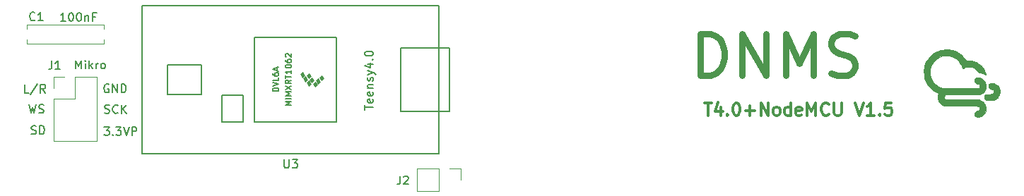
<source format=gbr>
G04 #@! TF.GenerationSoftware,KiCad,Pcbnew,(5.1.5)-3*
G04 #@! TF.CreationDate,2020-12-19T15:02:51+01:00*
G04 #@! TF.ProjectId,DNMS,444e4d53-2e6b-4696-9361-645f70636258,0.9.0*
G04 #@! TF.SameCoordinates,Original*
G04 #@! TF.FileFunction,Legend,Top*
G04 #@! TF.FilePolarity,Positive*
%FSLAX46Y46*%
G04 Gerber Fmt 4.6, Leading zero omitted, Abs format (unit mm)*
G04 Created by KiCad (PCBNEW (5.1.5)-3) date 2020-12-19 15:02:51*
%MOMM*%
%LPD*%
G04 APERTURE LIST*
%ADD10C,0.150000*%
%ADD11C,0.300000*%
%ADD12C,0.750000*%
%ADD13C,0.120000*%
%ADD14C,0.010000*%
%ADD15C,0.100000*%
G04 APERTURE END LIST*
D10*
X69018684Y-72502020D02*
X69018684Y-71502020D01*
X69352018Y-72216306D01*
X69685351Y-71502020D01*
X69685351Y-72502020D01*
X70161541Y-72502020D02*
X70161541Y-71835354D01*
X70161541Y-71502020D02*
X70113922Y-71549640D01*
X70161541Y-71597259D01*
X70209160Y-71549640D01*
X70161541Y-71502020D01*
X70161541Y-71597259D01*
X70637732Y-72502020D02*
X70637732Y-71502020D01*
X70732970Y-72121068D02*
X71018684Y-72502020D01*
X71018684Y-71835354D02*
X70637732Y-72216306D01*
X71447256Y-72502020D02*
X71447256Y-71835354D01*
X71447256Y-72025830D02*
X71494875Y-71930592D01*
X71542494Y-71882973D01*
X71637732Y-71835354D01*
X71732970Y-71835354D01*
X72209160Y-72502020D02*
X72113922Y-72454401D01*
X72066303Y-72406782D01*
X72018684Y-72311544D01*
X72018684Y-72025830D01*
X72066303Y-71930592D01*
X72113922Y-71882973D01*
X72209160Y-71835354D01*
X72352018Y-71835354D01*
X72447256Y-71882973D01*
X72494875Y-71930592D01*
X72542494Y-72025830D01*
X72542494Y-72311544D01*
X72494875Y-72406782D01*
X72447256Y-72454401D01*
X72352018Y-72502020D01*
X72209160Y-72502020D01*
D11*
X144309451Y-76595231D02*
X145166594Y-76595231D01*
X144738022Y-78095231D02*
X144738022Y-76595231D01*
X146309451Y-77095231D02*
X146309451Y-78095231D01*
X145952308Y-76523802D02*
X145595165Y-77595231D01*
X146523737Y-77595231D01*
X147095165Y-77952374D02*
X147166594Y-78023802D01*
X147095165Y-78095231D01*
X147023737Y-78023802D01*
X147095165Y-77952374D01*
X147095165Y-78095231D01*
X148095165Y-76595231D02*
X148238022Y-76595231D01*
X148380880Y-76666660D01*
X148452308Y-76738088D01*
X148523737Y-76880945D01*
X148595165Y-77166660D01*
X148595165Y-77523802D01*
X148523737Y-77809517D01*
X148452308Y-77952374D01*
X148380880Y-78023802D01*
X148238022Y-78095231D01*
X148095165Y-78095231D01*
X147952308Y-78023802D01*
X147880880Y-77952374D01*
X147809451Y-77809517D01*
X147738022Y-77523802D01*
X147738022Y-77166660D01*
X147809451Y-76880945D01*
X147880880Y-76738088D01*
X147952308Y-76666660D01*
X148095165Y-76595231D01*
X149238022Y-77523802D02*
X150380880Y-77523802D01*
X149809451Y-78095231D02*
X149809451Y-76952374D01*
X151095165Y-78095231D02*
X151095165Y-76595231D01*
X151952308Y-78095231D01*
X151952308Y-76595231D01*
X152880880Y-78095231D02*
X152738022Y-78023802D01*
X152666594Y-77952374D01*
X152595165Y-77809517D01*
X152595165Y-77380945D01*
X152666594Y-77238088D01*
X152738022Y-77166660D01*
X152880880Y-77095231D01*
X153095165Y-77095231D01*
X153238022Y-77166660D01*
X153309451Y-77238088D01*
X153380880Y-77380945D01*
X153380880Y-77809517D01*
X153309451Y-77952374D01*
X153238022Y-78023802D01*
X153095165Y-78095231D01*
X152880880Y-78095231D01*
X154666594Y-78095231D02*
X154666594Y-76595231D01*
X154666594Y-78023802D02*
X154523737Y-78095231D01*
X154238022Y-78095231D01*
X154095165Y-78023802D01*
X154023737Y-77952374D01*
X153952308Y-77809517D01*
X153952308Y-77380945D01*
X154023737Y-77238088D01*
X154095165Y-77166660D01*
X154238022Y-77095231D01*
X154523737Y-77095231D01*
X154666594Y-77166660D01*
X155952308Y-78023802D02*
X155809451Y-78095231D01*
X155523737Y-78095231D01*
X155380880Y-78023802D01*
X155309451Y-77880945D01*
X155309451Y-77309517D01*
X155380880Y-77166660D01*
X155523737Y-77095231D01*
X155809451Y-77095231D01*
X155952308Y-77166660D01*
X156023737Y-77309517D01*
X156023737Y-77452374D01*
X155309451Y-77595231D01*
X156666594Y-78095231D02*
X156666594Y-76595231D01*
X157166594Y-77666660D01*
X157666594Y-76595231D01*
X157666594Y-78095231D01*
X159238022Y-77952374D02*
X159166594Y-78023802D01*
X158952308Y-78095231D01*
X158809451Y-78095231D01*
X158595165Y-78023802D01*
X158452308Y-77880945D01*
X158380880Y-77738088D01*
X158309451Y-77452374D01*
X158309451Y-77238088D01*
X158380880Y-76952374D01*
X158452308Y-76809517D01*
X158595165Y-76666660D01*
X158809451Y-76595231D01*
X158952308Y-76595231D01*
X159166594Y-76666660D01*
X159238022Y-76738088D01*
X159880880Y-76595231D02*
X159880880Y-77809517D01*
X159952308Y-77952374D01*
X160023737Y-78023802D01*
X160166594Y-78095231D01*
X160452308Y-78095231D01*
X160595165Y-78023802D01*
X160666594Y-77952374D01*
X160738022Y-77809517D01*
X160738022Y-76595231D01*
X162380880Y-76595231D02*
X162880880Y-78095231D01*
X163380880Y-76595231D01*
X164666594Y-78095231D02*
X163809451Y-78095231D01*
X164238022Y-78095231D02*
X164238022Y-76595231D01*
X164095165Y-76809517D01*
X163952308Y-76952374D01*
X163809451Y-77023802D01*
X165309451Y-77952374D02*
X165380880Y-78023802D01*
X165309451Y-78095231D01*
X165238022Y-78023802D01*
X165309451Y-77952374D01*
X165309451Y-78095231D01*
X166738022Y-76595231D02*
X166023737Y-76595231D01*
X165952308Y-77309517D01*
X166023737Y-77238088D01*
X166166594Y-77166660D01*
X166523737Y-77166660D01*
X166666594Y-77238088D01*
X166738022Y-77309517D01*
X166809451Y-77452374D01*
X166809451Y-77809517D01*
X166738022Y-77952374D01*
X166666594Y-78023802D01*
X166523737Y-78095231D01*
X166166594Y-78095231D01*
X166023737Y-78023802D01*
X165952308Y-77952374D01*
D12*
X143827693Y-73295544D02*
X143827693Y-68295544D01*
X145018169Y-68295544D01*
X145732455Y-68533640D01*
X146208645Y-69009830D01*
X146446740Y-69486020D01*
X146684836Y-70438401D01*
X146684836Y-71152687D01*
X146446740Y-72105068D01*
X146208645Y-72581259D01*
X145732455Y-73057449D01*
X145018169Y-73295544D01*
X143827693Y-73295544D01*
X148827693Y-73295544D02*
X148827693Y-68295544D01*
X151684836Y-73295544D01*
X151684836Y-68295544D01*
X154065788Y-73295544D02*
X154065788Y-68295544D01*
X155732455Y-71866973D01*
X157399121Y-68295544D01*
X157399121Y-73295544D01*
X159541979Y-73057449D02*
X160256264Y-73295544D01*
X161446740Y-73295544D01*
X161922931Y-73057449D01*
X162161026Y-72819354D01*
X162399121Y-72343163D01*
X162399121Y-71866973D01*
X162161026Y-71390782D01*
X161922931Y-71152687D01*
X161446740Y-70914592D01*
X160494360Y-70676497D01*
X160018169Y-70438401D01*
X159780074Y-70200306D01*
X159541979Y-69724116D01*
X159541979Y-69247925D01*
X159780074Y-68771735D01*
X160018169Y-68533640D01*
X160494360Y-68295544D01*
X161684836Y-68295544D01*
X162399121Y-68533640D01*
D10*
X63694725Y-80308081D02*
X63837582Y-80355700D01*
X64075678Y-80355700D01*
X64170916Y-80308081D01*
X64218535Y-80260462D01*
X64266154Y-80165224D01*
X64266154Y-80069986D01*
X64218535Y-79974748D01*
X64170916Y-79927129D01*
X64075678Y-79879510D01*
X63885201Y-79831891D01*
X63789963Y-79784272D01*
X63742344Y-79736653D01*
X63694725Y-79641415D01*
X63694725Y-79546177D01*
X63742344Y-79450939D01*
X63789963Y-79403320D01*
X63885201Y-79355700D01*
X64123297Y-79355700D01*
X64266154Y-79403320D01*
X64694725Y-80355700D02*
X64694725Y-79355700D01*
X64932820Y-79355700D01*
X65075678Y-79403320D01*
X65170916Y-79498558D01*
X65218535Y-79593796D01*
X65266154Y-79784272D01*
X65266154Y-79927129D01*
X65218535Y-80117605D01*
X65170916Y-80212843D01*
X65075678Y-80308081D01*
X64932820Y-80355700D01*
X64694725Y-80355700D01*
X63423278Y-76818240D02*
X63661373Y-77818240D01*
X63851849Y-77103955D01*
X64042325Y-77818240D01*
X64280420Y-76818240D01*
X64613754Y-77770621D02*
X64756611Y-77818240D01*
X64994706Y-77818240D01*
X65089944Y-77770621D01*
X65137563Y-77723002D01*
X65185182Y-77627764D01*
X65185182Y-77532526D01*
X65137563Y-77437288D01*
X65089944Y-77389669D01*
X64994706Y-77342050D01*
X64804230Y-77294431D01*
X64708992Y-77246812D01*
X64661373Y-77199193D01*
X64613754Y-77103955D01*
X64613754Y-77008717D01*
X64661373Y-76913479D01*
X64708992Y-76865860D01*
X64804230Y-76818240D01*
X65042325Y-76818240D01*
X65185182Y-76865860D01*
X72400089Y-79505560D02*
X73019137Y-79505560D01*
X72685803Y-79886513D01*
X72828660Y-79886513D01*
X72923899Y-79934132D01*
X72971518Y-79981751D01*
X73019137Y-80076989D01*
X73019137Y-80315084D01*
X72971518Y-80410322D01*
X72923899Y-80457941D01*
X72828660Y-80505560D01*
X72542946Y-80505560D01*
X72447708Y-80457941D01*
X72400089Y-80410322D01*
X73447708Y-80410322D02*
X73495327Y-80457941D01*
X73447708Y-80505560D01*
X73400089Y-80457941D01*
X73447708Y-80410322D01*
X73447708Y-80505560D01*
X73828660Y-79505560D02*
X74447708Y-79505560D01*
X74114375Y-79886513D01*
X74257232Y-79886513D01*
X74352470Y-79934132D01*
X74400089Y-79981751D01*
X74447708Y-80076989D01*
X74447708Y-80315084D01*
X74400089Y-80410322D01*
X74352470Y-80457941D01*
X74257232Y-80505560D01*
X73971518Y-80505560D01*
X73876280Y-80457941D01*
X73828660Y-80410322D01*
X74733422Y-79505560D02*
X75066756Y-80505560D01*
X75400089Y-79505560D01*
X75733422Y-80505560D02*
X75733422Y-79505560D01*
X76114375Y-79505560D01*
X76209613Y-79553180D01*
X76257232Y-79600799D01*
X76304851Y-79696037D01*
X76304851Y-79838894D01*
X76257232Y-79934132D01*
X76209613Y-79981751D01*
X76114375Y-80029370D01*
X75733422Y-80029370D01*
X72480965Y-77801101D02*
X72623822Y-77848720D01*
X72861918Y-77848720D01*
X72957156Y-77801101D01*
X73004775Y-77753482D01*
X73052394Y-77658244D01*
X73052394Y-77563006D01*
X73004775Y-77467768D01*
X72957156Y-77420149D01*
X72861918Y-77372530D01*
X72671441Y-77324911D01*
X72576203Y-77277292D01*
X72528584Y-77229673D01*
X72480965Y-77134435D01*
X72480965Y-77039197D01*
X72528584Y-76943959D01*
X72576203Y-76896340D01*
X72671441Y-76848720D01*
X72909537Y-76848720D01*
X73052394Y-76896340D01*
X74052394Y-77753482D02*
X74004775Y-77801101D01*
X73861918Y-77848720D01*
X73766680Y-77848720D01*
X73623822Y-77801101D01*
X73528584Y-77705863D01*
X73480965Y-77610625D01*
X73433346Y-77420149D01*
X73433346Y-77277292D01*
X73480965Y-77086816D01*
X73528584Y-76991578D01*
X73623822Y-76896340D01*
X73766680Y-76848720D01*
X73861918Y-76848720D01*
X74004775Y-76896340D01*
X74052394Y-76943959D01*
X74480965Y-77848720D02*
X74480965Y-76848720D01*
X75052394Y-77848720D02*
X74623822Y-77277292D01*
X75052394Y-76848720D02*
X74480965Y-77420149D01*
X63410554Y-75382380D02*
X62934363Y-75382380D01*
X62934363Y-74382380D01*
X64458173Y-74334761D02*
X63601030Y-75620476D01*
X65362935Y-75382380D02*
X65029601Y-74906190D01*
X64791506Y-75382380D02*
X64791506Y-74382380D01*
X65172459Y-74382380D01*
X65267697Y-74430000D01*
X65315316Y-74477619D01*
X65362935Y-74572857D01*
X65362935Y-74715714D01*
X65315316Y-74810952D01*
X65267697Y-74858571D01*
X65172459Y-74906190D01*
X64791506Y-74906190D01*
X72953975Y-74409680D02*
X72858737Y-74362060D01*
X72715880Y-74362060D01*
X72573022Y-74409680D01*
X72477784Y-74504918D01*
X72430165Y-74600156D01*
X72382546Y-74790632D01*
X72382546Y-74933489D01*
X72430165Y-75123965D01*
X72477784Y-75219203D01*
X72573022Y-75314441D01*
X72715880Y-75362060D01*
X72811118Y-75362060D01*
X72953975Y-75314441D01*
X73001594Y-75266822D01*
X73001594Y-74933489D01*
X72811118Y-74933489D01*
X73430165Y-75362060D02*
X73430165Y-74362060D01*
X74001594Y-75362060D01*
X74001594Y-74362060D01*
X74477784Y-75362060D02*
X74477784Y-74362060D01*
X74715880Y-74362060D01*
X74858737Y-74409680D01*
X74953975Y-74504918D01*
X75001594Y-74600156D01*
X75049213Y-74790632D01*
X75049213Y-74933489D01*
X75001594Y-75123965D01*
X74953975Y-75219203D01*
X74858737Y-75314441D01*
X74715880Y-75362060D01*
X74477784Y-75362060D01*
D13*
X66335600Y-73460300D02*
X67665600Y-73460300D01*
X66335600Y-74790300D02*
X66335600Y-73460300D01*
X68935600Y-73460300D02*
X71535600Y-73460300D01*
X68935600Y-76060300D02*
X68935600Y-73460300D01*
X66335600Y-76060300D02*
X68935600Y-76060300D01*
X71535600Y-73460300D02*
X71535600Y-81200300D01*
X66335600Y-76060300D02*
X66335600Y-81200300D01*
X66335600Y-81200300D02*
X71535600Y-81200300D01*
X72401480Y-69471400D02*
X63161480Y-69471400D01*
X72401480Y-67231400D02*
X63161480Y-67231400D01*
X72401480Y-69471400D02*
X72401480Y-69016400D01*
X72401480Y-67686400D02*
X72401480Y-67231400D01*
X63161480Y-69471400D02*
X63161480Y-69016400D01*
X63161480Y-67686400D02*
X63161480Y-67231400D01*
D14*
G36*
X173607799Y-70211045D02*
G01*
X173856401Y-70233883D01*
X174070759Y-70269900D01*
X174239554Y-70317421D01*
X174306536Y-70346628D01*
X174376461Y-70379341D01*
X174420699Y-70393357D01*
X174421056Y-70393364D01*
X174458084Y-70408385D01*
X174536075Y-70448456D01*
X174641297Y-70506371D01*
X174698239Y-70538850D01*
X174920242Y-70686294D01*
X175143285Y-70868906D01*
X175348771Y-71069629D01*
X175518100Y-71271409D01*
X175556727Y-71326111D01*
X175693594Y-71529407D01*
X175997179Y-71527987D01*
X176188086Y-71533751D01*
X176375870Y-71551177D01*
X176543701Y-71577843D01*
X176674748Y-71611329D01*
X176727497Y-71633041D01*
X176783896Y-71660689D01*
X176873460Y-71702730D01*
X176931624Y-71729455D01*
X177010979Y-71772808D01*
X177113832Y-71838870D01*
X177227965Y-71918495D01*
X177341158Y-72002535D01*
X177441193Y-72081841D01*
X177515851Y-72147267D01*
X177552913Y-72189663D01*
X177554890Y-72196079D01*
X177574530Y-72233199D01*
X177622595Y-72292724D01*
X177630390Y-72301257D01*
X177695108Y-72386127D01*
X177770893Y-72507689D01*
X177847737Y-72647060D01*
X177915634Y-72785359D01*
X177964575Y-72903703D01*
X177982338Y-72965310D01*
X178007017Y-73063693D01*
X178037700Y-73146541D01*
X178038328Y-73147824D01*
X178060423Y-73212425D01*
X178040833Y-73236654D01*
X177976574Y-73221046D01*
X177882542Y-73175762D01*
X177710720Y-73088474D01*
X177572353Y-73029293D01*
X177448184Y-72990920D01*
X177336196Y-72968700D01*
X177215015Y-72939252D01*
X177139679Y-72892959D01*
X177117610Y-72866574D01*
X176983852Y-72696733D01*
X176834611Y-72557576D01*
X176654246Y-72436870D01*
X176427113Y-72322377D01*
X176414863Y-72316871D01*
X176351030Y-72302223D01*
X176241688Y-72290713D01*
X176104807Y-72283887D01*
X176017988Y-72282685D01*
X175844615Y-72286183D01*
X175711381Y-72300440D01*
X175595128Y-72331096D01*
X175472700Y-72383793D01*
X175359241Y-72443162D01*
X175287958Y-72479102D01*
X175252906Y-72476492D01*
X175235534Y-72425860D01*
X175227045Y-72375657D01*
X175192070Y-72252781D01*
X175126513Y-72099234D01*
X175040059Y-71933447D01*
X174942395Y-71773846D01*
X174843209Y-71638860D01*
X174834022Y-71627943D01*
X174663023Y-71451046D01*
X174471447Y-71291812D01*
X174279355Y-71166106D01*
X174196868Y-71124145D01*
X174099510Y-71079109D01*
X174020009Y-71041028D01*
X173993613Y-71027678D01*
X173893176Y-70992872D01*
X173744930Y-70965325D01*
X173564317Y-70946654D01*
X173366775Y-70938476D01*
X173175744Y-70941988D01*
X172868418Y-70976703D01*
X172597299Y-71050707D01*
X172344808Y-71169533D01*
X172233265Y-71238648D01*
X172111812Y-71331198D01*
X171979511Y-71451082D01*
X171851384Y-71582729D01*
X171742451Y-71710566D01*
X171667733Y-71819023D01*
X171660561Y-71832352D01*
X171620909Y-71903955D01*
X171591624Y-71946902D01*
X171589099Y-71949310D01*
X171562842Y-71991451D01*
X171524930Y-72076722D01*
X171482035Y-72187455D01*
X171440827Y-72305981D01*
X171407977Y-72414631D01*
X171397311Y-72457310D01*
X171377736Y-72588046D01*
X171368041Y-72750139D01*
X171367438Y-72929047D01*
X171375142Y-73110224D01*
X171390367Y-73279126D01*
X171412326Y-73421211D01*
X171440235Y-73521934D01*
X171456502Y-73552685D01*
X171482764Y-73601862D01*
X171516733Y-73681391D01*
X171522204Y-73695560D01*
X171633416Y-73916874D01*
X171793604Y-74137651D01*
X171989713Y-74343763D01*
X172208689Y-74521084D01*
X172385064Y-74629320D01*
X172473195Y-74675402D01*
X172553379Y-74715200D01*
X172630824Y-74749174D01*
X172710738Y-74777786D01*
X172798328Y-74801496D01*
X172898800Y-74820764D01*
X173017364Y-74836052D01*
X173159226Y-74847819D01*
X173329593Y-74856526D01*
X173533674Y-74862635D01*
X173776675Y-74866605D01*
X174063804Y-74868897D01*
X174400269Y-74869972D01*
X174791276Y-74870290D01*
X175109524Y-74870310D01*
X177132867Y-74870310D01*
X177216878Y-74792451D01*
X177275132Y-74720991D01*
X177298554Y-74633872D01*
X177300890Y-74575735D01*
X177278348Y-74444520D01*
X177208439Y-74352320D01*
X177087732Y-74295597D01*
X177014783Y-74280531D01*
X176856839Y-74227000D01*
X176769077Y-74161590D01*
X176705361Y-74092525D01*
X176675181Y-74025206D01*
X176666962Y-73930394D01*
X176666946Y-73903644D01*
X176683799Y-73762984D01*
X176739256Y-73660860D01*
X176843930Y-73580964D01*
X176893499Y-73555546D01*
X176954864Y-73529282D01*
X177009222Y-73518409D01*
X177075784Y-73523346D01*
X177173760Y-73544512D01*
X177248205Y-73563275D01*
X177507399Y-73656862D01*
X177718693Y-73791681D01*
X177880802Y-73966094D01*
X177992439Y-74178463D01*
X178052319Y-74427148D01*
X178062890Y-74601193D01*
X178059607Y-74724884D01*
X178050866Y-74822587D01*
X178038328Y-74878239D01*
X178033582Y-74884675D01*
X178005910Y-74926332D01*
X177984757Y-74991654D01*
X177944732Y-75080570D01*
X177866382Y-75189725D01*
X177763802Y-75303520D01*
X177651085Y-75406353D01*
X177542327Y-75482625D01*
X177539992Y-75483938D01*
X177485287Y-75513267D01*
X177430517Y-75538458D01*
X177370621Y-75559828D01*
X177300536Y-75577688D01*
X177215199Y-75592353D01*
X177109549Y-75604136D01*
X176978521Y-75613351D01*
X176817054Y-75620311D01*
X176620084Y-75625331D01*
X176382551Y-75628723D01*
X176099390Y-75630802D01*
X175765539Y-75631880D01*
X175375937Y-75632273D01*
X175144963Y-75632310D01*
X173214412Y-75632310D01*
X173130401Y-75710168D01*
X173063687Y-75811783D01*
X173044822Y-75935211D01*
X173074786Y-76059421D01*
X173111331Y-76119055D01*
X173176272Y-76201615D01*
X175230643Y-76210650D01*
X177285015Y-76219685D01*
X177482716Y-76326147D01*
X177700156Y-76474822D01*
X177869176Y-76655652D01*
X177988500Y-76860543D01*
X178056852Y-77081400D01*
X178072956Y-77310128D01*
X178035535Y-77538631D01*
X177943313Y-77758816D01*
X177795013Y-77962587D01*
X177748315Y-78010710D01*
X177589719Y-78138943D01*
X177418851Y-78220160D01*
X177219482Y-78260442D01*
X177063049Y-78267560D01*
X176940951Y-78265246D01*
X176862555Y-78254548D01*
X176808121Y-78229829D01*
X176757910Y-78185451D01*
X176751205Y-78178510D01*
X176695959Y-78106581D01*
X176670904Y-78025240D01*
X176665890Y-77930450D01*
X176684876Y-77795844D01*
X176746241Y-77693263D01*
X176856589Y-77615911D01*
X177022526Y-77556991D01*
X177031015Y-77554766D01*
X177138846Y-77520089D01*
X177223949Y-77480578D01*
X177261202Y-77451784D01*
X177289553Y-77376066D01*
X177299810Y-77269344D01*
X177291250Y-77161694D01*
X177269810Y-77094062D01*
X177253566Y-77068429D01*
X177231208Y-77046452D01*
X177198057Y-77027850D01*
X177149434Y-77012342D01*
X177080660Y-76999650D01*
X176987056Y-76989492D01*
X176863943Y-76981588D01*
X176706641Y-76975658D01*
X176510473Y-76971423D01*
X176270758Y-76968601D01*
X175982819Y-76966913D01*
X175641975Y-76966079D01*
X175243548Y-76965818D01*
X175127947Y-76965810D01*
X174704558Y-76965709D01*
X174339680Y-76965114D01*
X174028322Y-76963581D01*
X173765496Y-76960668D01*
X173546212Y-76955931D01*
X173365480Y-76948928D01*
X173218310Y-76939217D01*
X173099715Y-76926354D01*
X173004703Y-76909897D01*
X172928285Y-76889403D01*
X172865472Y-76864430D01*
X172811274Y-76834535D01*
X172760702Y-76799275D01*
X172708766Y-76758208D01*
X172699061Y-76750306D01*
X172559399Y-76628864D01*
X172464335Y-76525847D01*
X172403196Y-76428414D01*
X172376778Y-76362560D01*
X172345216Y-76280667D01*
X172315716Y-76225423D01*
X172312304Y-76221272D01*
X172294115Y-76168113D01*
X172285094Y-76070463D01*
X172284623Y-75946573D01*
X172292083Y-75814692D01*
X172306855Y-75693073D01*
X172328320Y-75599965D01*
X172333874Y-75585130D01*
X172362639Y-75509575D01*
X172374491Y-75464430D01*
X172373562Y-75459744D01*
X172341628Y-75443846D01*
X172269743Y-75410255D01*
X172205015Y-75380612D01*
X171950381Y-75244097D01*
X171695891Y-75070049D01*
X171456971Y-74871308D01*
X171249045Y-74660713D01*
X171087537Y-74451105D01*
X171086575Y-74449623D01*
X171033246Y-74369103D01*
X170993913Y-74312896D01*
X170982615Y-74298810D01*
X170961567Y-74263909D01*
X170922565Y-74188071D01*
X170876305Y-74092435D01*
X170824927Y-73984539D01*
X170780520Y-73893158D01*
X170755477Y-73843462D01*
X170716150Y-73733700D01*
X170683799Y-73573825D01*
X170659027Y-73376903D01*
X170642441Y-73156001D01*
X170634644Y-72924184D01*
X170636242Y-72694520D01*
X170647840Y-72480073D01*
X170670042Y-72293912D01*
X170681017Y-72235050D01*
X170784916Y-71890133D01*
X170945865Y-71557077D01*
X171157559Y-71243424D01*
X171413693Y-70956720D01*
X171707965Y-70704507D01*
X172034068Y-70494330D01*
X172209149Y-70406420D01*
X172427542Y-70319843D01*
X172652494Y-70259295D01*
X172899830Y-70221921D01*
X173185371Y-70204867D01*
X173336271Y-70203059D01*
X173607799Y-70211045D01*
G37*
X173607799Y-70211045D02*
X173856401Y-70233883D01*
X174070759Y-70269900D01*
X174239554Y-70317421D01*
X174306536Y-70346628D01*
X174376461Y-70379341D01*
X174420699Y-70393357D01*
X174421056Y-70393364D01*
X174458084Y-70408385D01*
X174536075Y-70448456D01*
X174641297Y-70506371D01*
X174698239Y-70538850D01*
X174920242Y-70686294D01*
X175143285Y-70868906D01*
X175348771Y-71069629D01*
X175518100Y-71271409D01*
X175556727Y-71326111D01*
X175693594Y-71529407D01*
X175997179Y-71527987D01*
X176188086Y-71533751D01*
X176375870Y-71551177D01*
X176543701Y-71577843D01*
X176674748Y-71611329D01*
X176727497Y-71633041D01*
X176783896Y-71660689D01*
X176873460Y-71702730D01*
X176931624Y-71729455D01*
X177010979Y-71772808D01*
X177113832Y-71838870D01*
X177227965Y-71918495D01*
X177341158Y-72002535D01*
X177441193Y-72081841D01*
X177515851Y-72147267D01*
X177552913Y-72189663D01*
X177554890Y-72196079D01*
X177574530Y-72233199D01*
X177622595Y-72292724D01*
X177630390Y-72301257D01*
X177695108Y-72386127D01*
X177770893Y-72507689D01*
X177847737Y-72647060D01*
X177915634Y-72785359D01*
X177964575Y-72903703D01*
X177982338Y-72965310D01*
X178007017Y-73063693D01*
X178037700Y-73146541D01*
X178038328Y-73147824D01*
X178060423Y-73212425D01*
X178040833Y-73236654D01*
X177976574Y-73221046D01*
X177882542Y-73175762D01*
X177710720Y-73088474D01*
X177572353Y-73029293D01*
X177448184Y-72990920D01*
X177336196Y-72968700D01*
X177215015Y-72939252D01*
X177139679Y-72892959D01*
X177117610Y-72866574D01*
X176983852Y-72696733D01*
X176834611Y-72557576D01*
X176654246Y-72436870D01*
X176427113Y-72322377D01*
X176414863Y-72316871D01*
X176351030Y-72302223D01*
X176241688Y-72290713D01*
X176104807Y-72283887D01*
X176017988Y-72282685D01*
X175844615Y-72286183D01*
X175711381Y-72300440D01*
X175595128Y-72331096D01*
X175472700Y-72383793D01*
X175359241Y-72443162D01*
X175287958Y-72479102D01*
X175252906Y-72476492D01*
X175235534Y-72425860D01*
X175227045Y-72375657D01*
X175192070Y-72252781D01*
X175126513Y-72099234D01*
X175040059Y-71933447D01*
X174942395Y-71773846D01*
X174843209Y-71638860D01*
X174834022Y-71627943D01*
X174663023Y-71451046D01*
X174471447Y-71291812D01*
X174279355Y-71166106D01*
X174196868Y-71124145D01*
X174099510Y-71079109D01*
X174020009Y-71041028D01*
X173993613Y-71027678D01*
X173893176Y-70992872D01*
X173744930Y-70965325D01*
X173564317Y-70946654D01*
X173366775Y-70938476D01*
X173175744Y-70941988D01*
X172868418Y-70976703D01*
X172597299Y-71050707D01*
X172344808Y-71169533D01*
X172233265Y-71238648D01*
X172111812Y-71331198D01*
X171979511Y-71451082D01*
X171851384Y-71582729D01*
X171742451Y-71710566D01*
X171667733Y-71819023D01*
X171660561Y-71832352D01*
X171620909Y-71903955D01*
X171591624Y-71946902D01*
X171589099Y-71949310D01*
X171562842Y-71991451D01*
X171524930Y-72076722D01*
X171482035Y-72187455D01*
X171440827Y-72305981D01*
X171407977Y-72414631D01*
X171397311Y-72457310D01*
X171377736Y-72588046D01*
X171368041Y-72750139D01*
X171367438Y-72929047D01*
X171375142Y-73110224D01*
X171390367Y-73279126D01*
X171412326Y-73421211D01*
X171440235Y-73521934D01*
X171456502Y-73552685D01*
X171482764Y-73601862D01*
X171516733Y-73681391D01*
X171522204Y-73695560D01*
X171633416Y-73916874D01*
X171793604Y-74137651D01*
X171989713Y-74343763D01*
X172208689Y-74521084D01*
X172385064Y-74629320D01*
X172473195Y-74675402D01*
X172553379Y-74715200D01*
X172630824Y-74749174D01*
X172710738Y-74777786D01*
X172798328Y-74801496D01*
X172898800Y-74820764D01*
X173017364Y-74836052D01*
X173159226Y-74847819D01*
X173329593Y-74856526D01*
X173533674Y-74862635D01*
X173776675Y-74866605D01*
X174063804Y-74868897D01*
X174400269Y-74869972D01*
X174791276Y-74870290D01*
X175109524Y-74870310D01*
X177132867Y-74870310D01*
X177216878Y-74792451D01*
X177275132Y-74720991D01*
X177298554Y-74633872D01*
X177300890Y-74575735D01*
X177278348Y-74444520D01*
X177208439Y-74352320D01*
X177087732Y-74295597D01*
X177014783Y-74280531D01*
X176856839Y-74227000D01*
X176769077Y-74161590D01*
X176705361Y-74092525D01*
X176675181Y-74025206D01*
X176666962Y-73930394D01*
X176666946Y-73903644D01*
X176683799Y-73762984D01*
X176739256Y-73660860D01*
X176843930Y-73580964D01*
X176893499Y-73555546D01*
X176954864Y-73529282D01*
X177009222Y-73518409D01*
X177075784Y-73523346D01*
X177173760Y-73544512D01*
X177248205Y-73563275D01*
X177507399Y-73656862D01*
X177718693Y-73791681D01*
X177880802Y-73966094D01*
X177992439Y-74178463D01*
X178052319Y-74427148D01*
X178062890Y-74601193D01*
X178059607Y-74724884D01*
X178050866Y-74822587D01*
X178038328Y-74878239D01*
X178033582Y-74884675D01*
X178005910Y-74926332D01*
X177984757Y-74991654D01*
X177944732Y-75080570D01*
X177866382Y-75189725D01*
X177763802Y-75303520D01*
X177651085Y-75406353D01*
X177542327Y-75482625D01*
X177539992Y-75483938D01*
X177485287Y-75513267D01*
X177430517Y-75538458D01*
X177370621Y-75559828D01*
X177300536Y-75577688D01*
X177215199Y-75592353D01*
X177109549Y-75604136D01*
X176978521Y-75613351D01*
X176817054Y-75620311D01*
X176620084Y-75625331D01*
X176382551Y-75628723D01*
X176099390Y-75630802D01*
X175765539Y-75631880D01*
X175375937Y-75632273D01*
X175144963Y-75632310D01*
X173214412Y-75632310D01*
X173130401Y-75710168D01*
X173063687Y-75811783D01*
X173044822Y-75935211D01*
X173074786Y-76059421D01*
X173111331Y-76119055D01*
X173176272Y-76201615D01*
X175230643Y-76210650D01*
X177285015Y-76219685D01*
X177482716Y-76326147D01*
X177700156Y-76474822D01*
X177869176Y-76655652D01*
X177988500Y-76860543D01*
X178056852Y-77081400D01*
X178072956Y-77310128D01*
X178035535Y-77538631D01*
X177943313Y-77758816D01*
X177795013Y-77962587D01*
X177748315Y-78010710D01*
X177589719Y-78138943D01*
X177418851Y-78220160D01*
X177219482Y-78260442D01*
X177063049Y-78267560D01*
X176940951Y-78265246D01*
X176862555Y-78254548D01*
X176808121Y-78229829D01*
X176757910Y-78185451D01*
X176751205Y-78178510D01*
X176695959Y-78106581D01*
X176670904Y-78025240D01*
X176665890Y-77930450D01*
X176684876Y-77795844D01*
X176746241Y-77693263D01*
X176856589Y-77615911D01*
X177022526Y-77556991D01*
X177031015Y-77554766D01*
X177138846Y-77520089D01*
X177223949Y-77480578D01*
X177261202Y-77451784D01*
X177289553Y-77376066D01*
X177299810Y-77269344D01*
X177291250Y-77161694D01*
X177269810Y-77094062D01*
X177253566Y-77068429D01*
X177231208Y-77046452D01*
X177198057Y-77027850D01*
X177149434Y-77012342D01*
X177080660Y-76999650D01*
X176987056Y-76989492D01*
X176863943Y-76981588D01*
X176706641Y-76975658D01*
X176510473Y-76971423D01*
X176270758Y-76968601D01*
X175982819Y-76966913D01*
X175641975Y-76966079D01*
X175243548Y-76965818D01*
X175127947Y-76965810D01*
X174704558Y-76965709D01*
X174339680Y-76965114D01*
X174028322Y-76963581D01*
X173765496Y-76960668D01*
X173546212Y-76955931D01*
X173365480Y-76948928D01*
X173218310Y-76939217D01*
X173099715Y-76926354D01*
X173004703Y-76909897D01*
X172928285Y-76889403D01*
X172865472Y-76864430D01*
X172811274Y-76834535D01*
X172760702Y-76799275D01*
X172708766Y-76758208D01*
X172699061Y-76750306D01*
X172559399Y-76628864D01*
X172464335Y-76525847D01*
X172403196Y-76428414D01*
X172376778Y-76362560D01*
X172345216Y-76280667D01*
X172315716Y-76225423D01*
X172312304Y-76221272D01*
X172294115Y-76168113D01*
X172285094Y-76070463D01*
X172284623Y-75946573D01*
X172292083Y-75814692D01*
X172306855Y-75693073D01*
X172328320Y-75599965D01*
X172333874Y-75585130D01*
X172362639Y-75509575D01*
X172374491Y-75464430D01*
X172373562Y-75459744D01*
X172341628Y-75443846D01*
X172269743Y-75410255D01*
X172205015Y-75380612D01*
X171950381Y-75244097D01*
X171695891Y-75070049D01*
X171456971Y-74871308D01*
X171249045Y-74660713D01*
X171087537Y-74451105D01*
X171086575Y-74449623D01*
X171033246Y-74369103D01*
X170993913Y-74312896D01*
X170982615Y-74298810D01*
X170961567Y-74263909D01*
X170922565Y-74188071D01*
X170876305Y-74092435D01*
X170824927Y-73984539D01*
X170780520Y-73893158D01*
X170755477Y-73843462D01*
X170716150Y-73733700D01*
X170683799Y-73573825D01*
X170659027Y-73376903D01*
X170642441Y-73156001D01*
X170634644Y-72924184D01*
X170636242Y-72694520D01*
X170647840Y-72480073D01*
X170670042Y-72293912D01*
X170681017Y-72235050D01*
X170784916Y-71890133D01*
X170945865Y-71557077D01*
X171157559Y-71243424D01*
X171413693Y-70956720D01*
X171707965Y-70704507D01*
X172034068Y-70494330D01*
X172209149Y-70406420D01*
X172427542Y-70319843D01*
X172652494Y-70259295D01*
X172899830Y-70221921D01*
X173185371Y-70204867D01*
X173336271Y-70203059D01*
X173607799Y-70211045D01*
G36*
X178929269Y-74231000D02*
G01*
X179045323Y-74269272D01*
X179271254Y-74377387D01*
X179451380Y-74516789D01*
X179600356Y-74699360D01*
X179626893Y-74740788D01*
X179661322Y-74807931D01*
X179684220Y-74886848D01*
X179698656Y-74993844D01*
X179707700Y-75145228D01*
X179708926Y-75176656D01*
X179710906Y-75380061D01*
X179696872Y-75537607D01*
X179662605Y-75665832D01*
X179603887Y-75781271D01*
X179527925Y-75886310D01*
X179447117Y-75984025D01*
X179379978Y-76051964D01*
X179305375Y-76107652D01*
X179202174Y-76168615D01*
X179158265Y-76192864D01*
X179090584Y-76227822D01*
X179027675Y-76252295D01*
X178955806Y-76268471D01*
X178861246Y-76278536D01*
X178730266Y-76284679D01*
X178555015Y-76288967D01*
X178388099Y-76290289D01*
X178239618Y-76287616D01*
X178123317Y-76281473D01*
X178052943Y-76272385D01*
X178043462Y-76269435D01*
X177939933Y-76193647D01*
X177870487Y-76079916D01*
X177838907Y-75946106D01*
X177848979Y-75810080D01*
X177904488Y-75689704D01*
X177917253Y-75673767D01*
X177952822Y-75635748D01*
X177990696Y-75609724D01*
X178043809Y-75592645D01*
X178125098Y-75581463D01*
X178247499Y-75573126D01*
X178369691Y-75567112D01*
X178584893Y-75552992D01*
X178744499Y-75530801D01*
X178856296Y-75496342D01*
X178928071Y-75445415D01*
X178967608Y-75373823D01*
X178982694Y-75277367D01*
X178983640Y-75236079D01*
X178956641Y-75116093D01*
X178884754Y-75023004D01*
X178781641Y-74971382D01*
X178729966Y-74965560D01*
X178630427Y-74947658D01*
X178545960Y-74910010D01*
X178435332Y-74823876D01*
X178374420Y-74731064D01*
X178351155Y-74610239D01*
X178349696Y-74563059D01*
X178353329Y-74461220D01*
X178374083Y-74395236D01*
X178424256Y-74337646D01*
X178466999Y-74301121D01*
X178597715Y-74226215D01*
X178749587Y-74202963D01*
X178929269Y-74231000D01*
G37*
X178929269Y-74231000D02*
X179045323Y-74269272D01*
X179271254Y-74377387D01*
X179451380Y-74516789D01*
X179600356Y-74699360D01*
X179626893Y-74740788D01*
X179661322Y-74807931D01*
X179684220Y-74886848D01*
X179698656Y-74993844D01*
X179707700Y-75145228D01*
X179708926Y-75176656D01*
X179710906Y-75380061D01*
X179696872Y-75537607D01*
X179662605Y-75665832D01*
X179603887Y-75781271D01*
X179527925Y-75886310D01*
X179447117Y-75984025D01*
X179379978Y-76051964D01*
X179305375Y-76107652D01*
X179202174Y-76168615D01*
X179158265Y-76192864D01*
X179090584Y-76227822D01*
X179027675Y-76252295D01*
X178955806Y-76268471D01*
X178861246Y-76278536D01*
X178730266Y-76284679D01*
X178555015Y-76288967D01*
X178388099Y-76290289D01*
X178239618Y-76287616D01*
X178123317Y-76281473D01*
X178052943Y-76272385D01*
X178043462Y-76269435D01*
X177939933Y-76193647D01*
X177870487Y-76079916D01*
X177838907Y-75946106D01*
X177848979Y-75810080D01*
X177904488Y-75689704D01*
X177917253Y-75673767D01*
X177952822Y-75635748D01*
X177990696Y-75609724D01*
X178043809Y-75592645D01*
X178125098Y-75581463D01*
X178247499Y-75573126D01*
X178369691Y-75567112D01*
X178584893Y-75552992D01*
X178744499Y-75530801D01*
X178856296Y-75496342D01*
X178928071Y-75445415D01*
X178967608Y-75373823D01*
X178982694Y-75277367D01*
X178983640Y-75236079D01*
X178956641Y-75116093D01*
X178884754Y-75023004D01*
X178781641Y-74971382D01*
X178729966Y-74965560D01*
X178630427Y-74947658D01*
X178545960Y-74910010D01*
X178435332Y-74823876D01*
X178374420Y-74731064D01*
X178351155Y-74610239D01*
X178349696Y-74563059D01*
X178353329Y-74461220D01*
X178374083Y-74395236D01*
X178424256Y-74337646D01*
X178466999Y-74301121D01*
X178597715Y-74226215D01*
X178749587Y-74202963D01*
X178929269Y-74231000D01*
D15*
G36*
X98694240Y-73664500D02*
G01*
X98440240Y-73918500D01*
X98186240Y-73537500D01*
X98440240Y-73283500D01*
X98694240Y-73664500D01*
G37*
X98694240Y-73664500D02*
X98440240Y-73918500D01*
X98186240Y-73537500D01*
X98440240Y-73283500D01*
X98694240Y-73664500D01*
G36*
X98313240Y-74045500D02*
G01*
X98059240Y-74299500D01*
X97805240Y-73918500D01*
X98059240Y-73664500D01*
X98313240Y-74045500D01*
G37*
X98313240Y-74045500D02*
X98059240Y-74299500D01*
X97805240Y-73918500D01*
X98059240Y-73664500D01*
X98313240Y-74045500D01*
G36*
X96408240Y-73283500D02*
G01*
X96154240Y-73537500D01*
X95900240Y-73156500D01*
X96154240Y-72902500D01*
X96408240Y-73283500D01*
G37*
X96408240Y-73283500D02*
X96154240Y-73537500D01*
X95900240Y-73156500D01*
X96154240Y-72902500D01*
X96408240Y-73283500D01*
G36*
X96789240Y-73791500D02*
G01*
X96535240Y-74045500D01*
X96281240Y-73664500D01*
X96535240Y-73410500D01*
X96789240Y-73791500D01*
G37*
X96789240Y-73791500D02*
X96535240Y-74045500D01*
X96281240Y-73664500D01*
X96535240Y-73410500D01*
X96789240Y-73791500D01*
G36*
X97170240Y-74299500D02*
G01*
X96916240Y-74553500D01*
X96662240Y-74172500D01*
X96916240Y-73918500D01*
X97170240Y-74299500D01*
G37*
X97170240Y-74299500D02*
X96916240Y-74553500D01*
X96662240Y-74172500D01*
X96916240Y-73918500D01*
X97170240Y-74299500D01*
G36*
X97170240Y-73410500D02*
G01*
X96916240Y-73664500D01*
X96662240Y-73283500D01*
X96916240Y-73029500D01*
X97170240Y-73410500D01*
G37*
X97170240Y-73410500D02*
X96916240Y-73664500D01*
X96662240Y-73283500D01*
X96916240Y-73029500D01*
X97170240Y-73410500D01*
G36*
X97551240Y-73918500D02*
G01*
X97297240Y-74172500D01*
X97043240Y-73791500D01*
X97297240Y-73537500D01*
X97551240Y-73918500D01*
G37*
X97551240Y-73918500D02*
X97297240Y-74172500D01*
X97043240Y-73791500D01*
X97297240Y-73537500D01*
X97551240Y-73918500D01*
G36*
X97932240Y-74426500D02*
G01*
X97678240Y-74680500D01*
X97424240Y-74299500D01*
X97678240Y-74045500D01*
X97932240Y-74426500D01*
G37*
X97932240Y-74426500D02*
X97678240Y-74680500D01*
X97424240Y-74299500D01*
X97678240Y-74045500D01*
X97932240Y-74426500D01*
D10*
X89042240Y-75696500D02*
X89042240Y-78871500D01*
X86502240Y-75696500D02*
X89042240Y-75696500D01*
X86502240Y-78871500D02*
X86502240Y-75696500D01*
X89042240Y-78871500D02*
X86502240Y-78871500D01*
X112537240Y-64901500D02*
X112537240Y-82681500D01*
X76977240Y-64901500D02*
X112537240Y-64901500D01*
X76977240Y-82681500D02*
X76977240Y-64901500D01*
X112537240Y-82681500D02*
X76977240Y-82681500D01*
X90439240Y-68711500D02*
X100218240Y-68711500D01*
X90439240Y-78871500D02*
X100218240Y-78871500D01*
X100218240Y-78871500D02*
X100218240Y-68711500D01*
X90439240Y-68711500D02*
X90439240Y-78871500D01*
X84089240Y-75569500D02*
X80025240Y-75569500D01*
X84089240Y-72013500D02*
X84089240Y-75569500D01*
X80025240Y-72013500D02*
X84089240Y-72013500D01*
X80025240Y-75569500D02*
X80025240Y-72013500D01*
X107965240Y-69981500D02*
X112537240Y-69981500D01*
X107965240Y-77601500D02*
X112537240Y-77601500D01*
X107965240Y-69981500D02*
X107965240Y-77601500D01*
X113807240Y-77601500D02*
X112537240Y-77601500D01*
X113807240Y-69981500D02*
X113807240Y-77601500D01*
X112537240Y-69981500D02*
X113807240Y-69981500D01*
D13*
X115122000Y-84503960D02*
X115122000Y-85833960D01*
X113792000Y-84503960D02*
X115122000Y-84503960D01*
X112522000Y-84503960D02*
X112522000Y-87163960D01*
X112522000Y-87163960D02*
X109922000Y-87163960D01*
X112522000Y-84503960D02*
X109922000Y-84503960D01*
X109922000Y-84503960D02*
X109922000Y-87163960D01*
D10*
X66133386Y-71568060D02*
X66133386Y-72282346D01*
X66085767Y-72425203D01*
X65990529Y-72520441D01*
X65847672Y-72568060D01*
X65752434Y-72568060D01*
X67133386Y-72568060D02*
X66561958Y-72568060D01*
X66847672Y-72568060D02*
X66847672Y-71568060D01*
X66752434Y-71710918D01*
X66657196Y-71806156D01*
X66561958Y-71853775D01*
X64123273Y-66613042D02*
X64075654Y-66660661D01*
X63932797Y-66708280D01*
X63837559Y-66708280D01*
X63694701Y-66660661D01*
X63599463Y-66565423D01*
X63551844Y-66470185D01*
X63504225Y-66279709D01*
X63504225Y-66136852D01*
X63551844Y-65946376D01*
X63599463Y-65851138D01*
X63694701Y-65755900D01*
X63837559Y-65708280D01*
X63932797Y-65708280D01*
X64075654Y-65755900D01*
X64123273Y-65803519D01*
X65075654Y-66708280D02*
X64504225Y-66708280D01*
X64789940Y-66708280D02*
X64789940Y-65708280D01*
X64694701Y-65851138D01*
X64599463Y-65946376D01*
X64504225Y-65993995D01*
X67789300Y-66774320D02*
X67217872Y-66774320D01*
X67503586Y-66774320D02*
X67503586Y-65774320D01*
X67408348Y-65917178D01*
X67313110Y-66012416D01*
X67217872Y-66060035D01*
X68408348Y-65774320D02*
X68503586Y-65774320D01*
X68598824Y-65821940D01*
X68646443Y-65869559D01*
X68694062Y-65964797D01*
X68741681Y-66155273D01*
X68741681Y-66393368D01*
X68694062Y-66583844D01*
X68646443Y-66679082D01*
X68598824Y-66726701D01*
X68503586Y-66774320D01*
X68408348Y-66774320D01*
X68313110Y-66726701D01*
X68265491Y-66679082D01*
X68217872Y-66583844D01*
X68170253Y-66393368D01*
X68170253Y-66155273D01*
X68217872Y-65964797D01*
X68265491Y-65869559D01*
X68313110Y-65821940D01*
X68408348Y-65774320D01*
X69360729Y-65774320D02*
X69455967Y-65774320D01*
X69551205Y-65821940D01*
X69598824Y-65869559D01*
X69646443Y-65964797D01*
X69694062Y-66155273D01*
X69694062Y-66393368D01*
X69646443Y-66583844D01*
X69598824Y-66679082D01*
X69551205Y-66726701D01*
X69455967Y-66774320D01*
X69360729Y-66774320D01*
X69265491Y-66726701D01*
X69217872Y-66679082D01*
X69170253Y-66583844D01*
X69122634Y-66393368D01*
X69122634Y-66155273D01*
X69170253Y-65964797D01*
X69217872Y-65869559D01*
X69265491Y-65821940D01*
X69360729Y-65774320D01*
X70122634Y-66107654D02*
X70122634Y-66774320D01*
X70122634Y-66202892D02*
X70170253Y-66155273D01*
X70265491Y-66107654D01*
X70408348Y-66107654D01*
X70503586Y-66155273D01*
X70551205Y-66250511D01*
X70551205Y-66774320D01*
X71360729Y-66250511D02*
X71027396Y-66250511D01*
X71027396Y-66774320D02*
X71027396Y-65774320D01*
X71503586Y-65774320D01*
X93995335Y-83403880D02*
X93995335Y-84213404D01*
X94042954Y-84308642D01*
X94090573Y-84356261D01*
X94185811Y-84403880D01*
X94376287Y-84403880D01*
X94471525Y-84356261D01*
X94519144Y-84308642D01*
X94566763Y-84213404D01*
X94566763Y-83403880D01*
X94947716Y-83403880D02*
X95566763Y-83403880D01*
X95233430Y-83784833D01*
X95376287Y-83784833D01*
X95471525Y-83832452D01*
X95519144Y-83880071D01*
X95566763Y-83975309D01*
X95566763Y-84213404D01*
X95519144Y-84308642D01*
X95471525Y-84356261D01*
X95376287Y-84403880D01*
X95090573Y-84403880D01*
X94995335Y-84356261D01*
X94947716Y-84308642D01*
X103638100Y-77442248D02*
X103638100Y-76870820D01*
X104638100Y-77156534D02*
X103638100Y-77156534D01*
X104590481Y-76156534D02*
X104638100Y-76251772D01*
X104638100Y-76442248D01*
X104590481Y-76537486D01*
X104495243Y-76585105D01*
X104114291Y-76585105D01*
X104019053Y-76537486D01*
X103971434Y-76442248D01*
X103971434Y-76251772D01*
X104019053Y-76156534D01*
X104114291Y-76108915D01*
X104209529Y-76108915D01*
X104304767Y-76585105D01*
X104590481Y-75299391D02*
X104638100Y-75394629D01*
X104638100Y-75585105D01*
X104590481Y-75680343D01*
X104495243Y-75727962D01*
X104114291Y-75727962D01*
X104019053Y-75680343D01*
X103971434Y-75585105D01*
X103971434Y-75394629D01*
X104019053Y-75299391D01*
X104114291Y-75251772D01*
X104209529Y-75251772D01*
X104304767Y-75727962D01*
X103971434Y-74823200D02*
X104638100Y-74823200D01*
X104066672Y-74823200D02*
X104019053Y-74775581D01*
X103971434Y-74680343D01*
X103971434Y-74537486D01*
X104019053Y-74442248D01*
X104114291Y-74394629D01*
X104638100Y-74394629D01*
X104590481Y-73966058D02*
X104638100Y-73870820D01*
X104638100Y-73680343D01*
X104590481Y-73585105D01*
X104495243Y-73537486D01*
X104447624Y-73537486D01*
X104352386Y-73585105D01*
X104304767Y-73680343D01*
X104304767Y-73823200D01*
X104257148Y-73918439D01*
X104161910Y-73966058D01*
X104114291Y-73966058D01*
X104019053Y-73918439D01*
X103971434Y-73823200D01*
X103971434Y-73680343D01*
X104019053Y-73585105D01*
X103971434Y-73204153D02*
X104638100Y-72966058D01*
X103971434Y-72727962D02*
X104638100Y-72966058D01*
X104876196Y-73061296D01*
X104923815Y-73108915D01*
X104971434Y-73204153D01*
X103971434Y-71918439D02*
X104638100Y-71918439D01*
X103590481Y-72156534D02*
X104304767Y-72394629D01*
X104304767Y-71775581D01*
X104542862Y-71394629D02*
X104590481Y-71347010D01*
X104638100Y-71394629D01*
X104590481Y-71442248D01*
X104542862Y-71394629D01*
X104638100Y-71394629D01*
X103638100Y-70727962D02*
X103638100Y-70632724D01*
X103685720Y-70537486D01*
X103733339Y-70489867D01*
X103828577Y-70442248D01*
X104019053Y-70394629D01*
X104257148Y-70394629D01*
X104447624Y-70442248D01*
X104542862Y-70489867D01*
X104590481Y-70537486D01*
X104638100Y-70632724D01*
X104638100Y-70727962D01*
X104590481Y-70823200D01*
X104542862Y-70870820D01*
X104447624Y-70918439D01*
X104257148Y-70966058D01*
X104019053Y-70966058D01*
X103828577Y-70918439D01*
X103733339Y-70870820D01*
X103685720Y-70823200D01*
X103638100Y-70727962D01*
X93295906Y-75191500D02*
X92595906Y-75191500D01*
X92595906Y-75024833D01*
X92629240Y-74924833D01*
X92695906Y-74858166D01*
X92762573Y-74824833D01*
X92895906Y-74791500D01*
X92995906Y-74791500D01*
X93129240Y-74824833D01*
X93195906Y-74858166D01*
X93262573Y-74924833D01*
X93295906Y-75024833D01*
X93295906Y-75191500D01*
X92595906Y-74591500D02*
X93295906Y-74358166D01*
X92595906Y-74124833D01*
X93295906Y-73558166D02*
X93295906Y-73891500D01*
X92595906Y-73891500D01*
X92595906Y-73024833D02*
X92595906Y-73158166D01*
X92629240Y-73224833D01*
X92662573Y-73258166D01*
X92762573Y-73324833D01*
X92895906Y-73358166D01*
X93162573Y-73358166D01*
X93229240Y-73324833D01*
X93262573Y-73291500D01*
X93295906Y-73224833D01*
X93295906Y-73091500D01*
X93262573Y-73024833D01*
X93229240Y-72991500D01*
X93162573Y-72958166D01*
X92995906Y-72958166D01*
X92929240Y-72991500D01*
X92895906Y-73024833D01*
X92862573Y-73091500D01*
X92862573Y-73224833D01*
X92895906Y-73291500D01*
X92929240Y-73324833D01*
X92995906Y-73358166D01*
X93095906Y-72691500D02*
X93095906Y-72358166D01*
X93295906Y-72758166D02*
X92595906Y-72524833D01*
X93295906Y-72291500D01*
X94819906Y-76874833D02*
X94119906Y-76874833D01*
X94619906Y-76641500D01*
X94119906Y-76408166D01*
X94819906Y-76408166D01*
X94819906Y-76074833D02*
X94119906Y-76074833D01*
X94819906Y-75741500D02*
X94119906Y-75741500D01*
X94619906Y-75508166D01*
X94119906Y-75274833D01*
X94819906Y-75274833D01*
X94119906Y-75008166D02*
X94819906Y-74541500D01*
X94119906Y-74541500D02*
X94819906Y-75008166D01*
X94819906Y-73874833D02*
X94486573Y-74108166D01*
X94819906Y-74274833D02*
X94119906Y-74274833D01*
X94119906Y-74008166D01*
X94153240Y-73941500D01*
X94186573Y-73908166D01*
X94253240Y-73874833D01*
X94353240Y-73874833D01*
X94419906Y-73908166D01*
X94453240Y-73941500D01*
X94486573Y-74008166D01*
X94486573Y-74274833D01*
X94119906Y-73674833D02*
X94119906Y-73274833D01*
X94819906Y-73474833D02*
X94119906Y-73474833D01*
X94819906Y-72674833D02*
X94819906Y-73074833D01*
X94819906Y-72874833D02*
X94119906Y-72874833D01*
X94219906Y-72941500D01*
X94286573Y-73008166D01*
X94319906Y-73074833D01*
X94119906Y-72241500D02*
X94119906Y-72174833D01*
X94153240Y-72108166D01*
X94186573Y-72074833D01*
X94253240Y-72041500D01*
X94386573Y-72008166D01*
X94553240Y-72008166D01*
X94686573Y-72041500D01*
X94753240Y-72074833D01*
X94786573Y-72108166D01*
X94819906Y-72174833D01*
X94819906Y-72241500D01*
X94786573Y-72308166D01*
X94753240Y-72341500D01*
X94686573Y-72374833D01*
X94553240Y-72408166D01*
X94386573Y-72408166D01*
X94253240Y-72374833D01*
X94186573Y-72341500D01*
X94153240Y-72308166D01*
X94119906Y-72241500D01*
X94119906Y-71408166D02*
X94119906Y-71541500D01*
X94153240Y-71608166D01*
X94186573Y-71641500D01*
X94286573Y-71708166D01*
X94419906Y-71741500D01*
X94686573Y-71741500D01*
X94753240Y-71708166D01*
X94786573Y-71674833D01*
X94819906Y-71608166D01*
X94819906Y-71474833D01*
X94786573Y-71408166D01*
X94753240Y-71374833D01*
X94686573Y-71341500D01*
X94519906Y-71341500D01*
X94453240Y-71374833D01*
X94419906Y-71408166D01*
X94386573Y-71474833D01*
X94386573Y-71608166D01*
X94419906Y-71674833D01*
X94453240Y-71708166D01*
X94519906Y-71741500D01*
X94186573Y-71074833D02*
X94153240Y-71041500D01*
X94119906Y-70974833D01*
X94119906Y-70808166D01*
X94153240Y-70741500D01*
X94186573Y-70708166D01*
X94253240Y-70674833D01*
X94319906Y-70674833D01*
X94419906Y-70708166D01*
X94819906Y-71108166D01*
X94819906Y-70674833D01*
X107878286Y-85386420D02*
X107878286Y-86100706D01*
X107830667Y-86243563D01*
X107735429Y-86338801D01*
X107592572Y-86386420D01*
X107497334Y-86386420D01*
X108306858Y-85481659D02*
X108354477Y-85434040D01*
X108449715Y-85386420D01*
X108687810Y-85386420D01*
X108783048Y-85434040D01*
X108830667Y-85481659D01*
X108878286Y-85576897D01*
X108878286Y-85672135D01*
X108830667Y-85814992D01*
X108259239Y-86386420D01*
X108878286Y-86386420D01*
M02*

</source>
